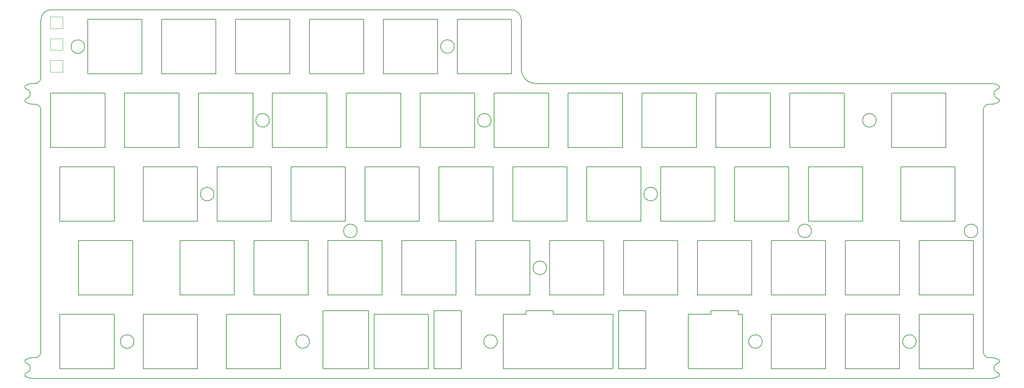
<source format=gbr>
G04 #@! TF.GenerationSoftware,KiCad,Pcbnew,8.0.8*
G04 #@! TF.CreationDate,2025-02-11T15:38:51+01:00*
G04 #@! TF.ProjectId,vootington V4N STM32G0B1CBT6 plate,766f6f74-696e-4677-946f-6e2056344e20,rev?*
G04 #@! TF.SameCoordinates,Original*
G04 #@! TF.FileFunction,Profile,NP*
%FSLAX46Y46*%
G04 Gerber Fmt 4.6, Leading zero omitted, Abs format (unit mm)*
G04 Created by KiCad (PCBNEW 8.0.8) date 2025-02-11 15:38:51*
%MOMM*%
%LPD*%
G01*
G04 APERTURE LIST*
G04 #@! TA.AperFunction,Profile*
%ADD10C,0.200000*%
G04 #@! TD*
G04 #@! TA.AperFunction,Profile*
%ADD11C,0.100000*%
G04 #@! TD*
G04 APERTURE END LIST*
D10*
X225587500Y-69850000D02*
G75*
G02*
X222087500Y-69850000I-1750000J0D01*
G01*
X222087500Y-69850000D02*
G75*
G02*
X225587500Y-69850000I1750000J0D01*
G01*
X157325000Y-79375000D02*
G75*
G02*
X153825000Y-79375000I-1750000J0D01*
G01*
X153825000Y-79375000D02*
G75*
G02*
X157325000Y-79375000I1750000J0D01*
G01*
X100950000Y-72375000D02*
X114950000Y-72375000D01*
X108494954Y-69850000D02*
G75*
G02*
X104994954Y-69850000I-1750000J0D01*
G01*
X104994954Y-69850000D02*
G75*
G02*
X108494954Y-69850000I1750000J0D01*
G01*
X38262500Y-22225000D02*
G75*
G02*
X34762500Y-22225000I-1750000J0D01*
G01*
X34762500Y-22225000D02*
G75*
G02*
X38262500Y-22225000I1750000J0D01*
G01*
X267350000Y-105425000D02*
X253350000Y-105425000D01*
X248300000Y-105425000D02*
X234300000Y-105425000D01*
X229250000Y-105425000D02*
X215250000Y-105425000D01*
X207818750Y-105425000D02*
X193818750Y-105425000D01*
X135294250Y-105425000D02*
X128294250Y-105425000D01*
X182919250Y-105425000D02*
X175919250Y-105425000D01*
X174481250Y-105425000D02*
X146193750Y-105425000D01*
X126856250Y-105425000D02*
X112856250Y-105425000D01*
X111418250Y-105425000D02*
X99693750Y-105425000D01*
X88756250Y-105425000D02*
X74756250Y-105425000D01*
X67325000Y-105425000D02*
X53325000Y-105425000D01*
X45893750Y-105425000D02*
X31893750Y-105425000D01*
X91137500Y-29225000D02*
X91137500Y-15225000D01*
X96187500Y-29225000D02*
X96187500Y-15225000D01*
X29512500Y-48275000D02*
X29512500Y-34275000D01*
X242256250Y-41275000D02*
G75*
G02*
X238756250Y-41275000I-1750000J0D01*
G01*
X238756250Y-41275000D02*
G75*
G02*
X242256250Y-41275000I1750000J0D01*
G01*
X143037500Y-41275000D02*
G75*
G02*
X139537500Y-41275000I-1750000J0D01*
G01*
X139537500Y-41275000D02*
G75*
G02*
X143037500Y-41275000I1750000J0D01*
G01*
X85887500Y-41275000D02*
G75*
G02*
X82387500Y-41275000I-1750000J0D01*
G01*
X82387500Y-41275000D02*
G75*
G02*
X85887500Y-41275000I1750000J0D01*
G01*
X71600000Y-60325000D02*
G75*
G02*
X68100000Y-60325000I-1750000J0D01*
G01*
X68100000Y-60325000D02*
G75*
G02*
X71600000Y-60325000I1750000J0D01*
G01*
X185900000Y-60325000D02*
G75*
G02*
X182400000Y-60325000I-1750000J0D01*
G01*
X182400000Y-60325000D02*
G75*
G02*
X185900000Y-60325000I1750000J0D01*
G01*
X144625000Y-98425000D02*
G75*
G02*
X141125000Y-98425000I-1750000J0D01*
G01*
X141125000Y-98425000D02*
G75*
G02*
X144625000Y-98425000I1750000J0D01*
G01*
X53325000Y-91425000D02*
X53325000Y-105425000D01*
X67325000Y-91425000D02*
X53325000Y-91425000D01*
X67325000Y-105425000D02*
X67325000Y-91425000D01*
X214962500Y-48275000D02*
X214962500Y-34275000D01*
X200962500Y-48275000D02*
X214962500Y-48275000D01*
X200962500Y-34275000D02*
X200962500Y-48275000D01*
X214962500Y-34275000D02*
X200962500Y-34275000D01*
X248300000Y-91425000D02*
X234300000Y-91425000D01*
X248300000Y-105425000D02*
X248300000Y-91425000D01*
X234300000Y-91425000D02*
X234300000Y-105425000D01*
X186675000Y-67325000D02*
X200675000Y-67325000D01*
X186675000Y-53325000D02*
X186675000Y-67325000D01*
X200675000Y-53325000D02*
X186675000Y-53325000D01*
X200675000Y-67325000D02*
X200675000Y-53325000D01*
X100662500Y-34275000D02*
X86662500Y-34275000D01*
X100662500Y-48275000D02*
X100662500Y-34275000D01*
X86662500Y-48275000D02*
X100662500Y-48275000D01*
X86662500Y-34275000D02*
X86662500Y-48275000D01*
X119712500Y-34275000D02*
X105712500Y-34275000D01*
X119712500Y-48275000D02*
X119712500Y-34275000D01*
X105712500Y-48275000D02*
X119712500Y-48275000D01*
X105712500Y-34275000D02*
X105712500Y-48275000D01*
X157812500Y-48275000D02*
X157812500Y-34275000D01*
X143812500Y-48275000D02*
X157812500Y-48275000D01*
X143812500Y-34275000D02*
X143812500Y-48275000D01*
X157812500Y-34275000D02*
X143812500Y-34275000D01*
X76850000Y-72375000D02*
X62850000Y-72375000D01*
X76850000Y-86375000D02*
X76850000Y-72375000D01*
X62850000Y-86375000D02*
X76850000Y-86375000D01*
X62850000Y-72375000D02*
X62850000Y-86375000D01*
X105425000Y-53325000D02*
X91425000Y-53325000D01*
X105425000Y-67325000D02*
X105425000Y-53325000D01*
X91425000Y-67325000D02*
X105425000Y-67325000D01*
X91425000Y-53325000D02*
X91425000Y-67325000D01*
X167625000Y-53325000D02*
X167625000Y-67325000D01*
X181625000Y-53325000D02*
X167625000Y-53325000D01*
X181625000Y-67325000D02*
X181625000Y-53325000D01*
X167625000Y-67325000D02*
X181625000Y-67325000D01*
X205725000Y-67325000D02*
X219725000Y-67325000D01*
X205725000Y-53325000D02*
X205725000Y-67325000D01*
X219725000Y-53325000D02*
X205725000Y-53325000D01*
X219725000Y-67325000D02*
X219725000Y-53325000D01*
X172100000Y-72375000D02*
X158100000Y-72375000D01*
X172100000Y-86375000D02*
X172100000Y-72375000D01*
X158100000Y-86375000D02*
X172100000Y-86375000D01*
X158100000Y-72375000D02*
X158100000Y-86375000D01*
X191150000Y-72375000D02*
X177150000Y-72375000D01*
X191150000Y-86375000D02*
X191150000Y-72375000D01*
X177150000Y-86375000D02*
X191150000Y-86375000D01*
X177150000Y-72375000D02*
X177150000Y-86375000D01*
X50656250Y-72375000D02*
X36656250Y-72375000D01*
X50656250Y-86375000D02*
X50656250Y-72375000D01*
X36656250Y-86375000D02*
X50656250Y-86375000D01*
X36656250Y-72375000D02*
X36656250Y-86375000D01*
X238775000Y-53325000D02*
X224775000Y-53325000D01*
X238775000Y-67325000D02*
X238775000Y-53325000D01*
X224775000Y-67325000D02*
X238775000Y-67325000D01*
X224775000Y-53325000D02*
X224775000Y-67325000D01*
X134000000Y-86375000D02*
X134000000Y-72375000D01*
X120000000Y-86375000D02*
X134000000Y-86375000D01*
X120000000Y-72375000D02*
X120000000Y-86375000D01*
X134000000Y-72375000D02*
X120000000Y-72375000D01*
X215250000Y-86375000D02*
X229250000Y-86375000D01*
X215250000Y-72375000D02*
X215250000Y-86375000D01*
X229250000Y-72375000D02*
X215250000Y-72375000D01*
X229250000Y-86375000D02*
X229250000Y-72375000D01*
X45893750Y-91425000D02*
X31893750Y-91425000D01*
X45893750Y-105425000D02*
X45893750Y-91425000D01*
X31893750Y-91425000D02*
X31893750Y-105425000D01*
X162862500Y-34275000D02*
X162862500Y-48275000D01*
X176862500Y-34275000D02*
X162862500Y-34275000D01*
X176862500Y-48275000D02*
X176862500Y-34275000D01*
X162862500Y-48275000D02*
X176862500Y-48275000D01*
X182919250Y-105425000D02*
X182919250Y-90425000D01*
X175919250Y-90425000D02*
X175919250Y-105425000D01*
X182919250Y-90425000D02*
X175919250Y-90425000D01*
X229250000Y-105425000D02*
X229250000Y-91425000D01*
X215250000Y-91425000D02*
X215250000Y-105425000D01*
X229250000Y-91425000D02*
X215250000Y-91425000D01*
X81612500Y-48275000D02*
X81612500Y-34275000D01*
X67612500Y-48275000D02*
X81612500Y-48275000D01*
X67612500Y-34275000D02*
X67612500Y-48275000D01*
X81612500Y-34275000D02*
X67612500Y-34275000D01*
X126856250Y-105425000D02*
X126856250Y-91425000D01*
X112856250Y-91425000D02*
X112856250Y-105425000D01*
X126856250Y-91425000D02*
X112856250Y-91425000D01*
X267350000Y-91425000D02*
X253350000Y-91425000D01*
X267350000Y-105425000D02*
X267350000Y-91425000D01*
X253350000Y-91425000D02*
X253350000Y-105425000D01*
X193818750Y-91425000D02*
X193818750Y-105425000D01*
X199693750Y-91425000D02*
X193818750Y-91425000D01*
X199693750Y-90425000D02*
X199693750Y-91425000D01*
X206693750Y-90425000D02*
X199693750Y-90425000D01*
X206693750Y-91425000D02*
X206693750Y-90425000D01*
X207818750Y-91425000D02*
X206693750Y-91425000D01*
X207818750Y-105425000D02*
X207818750Y-91425000D01*
X124762500Y-48275000D02*
X138762500Y-48275000D01*
X124762500Y-34275000D02*
X124762500Y-48275000D01*
X138762500Y-34275000D02*
X124762500Y-34275000D01*
X138762500Y-48275000D02*
X138762500Y-34275000D01*
X88756250Y-105425000D02*
X88756250Y-91425000D01*
X74756250Y-91425000D02*
X74756250Y-105425000D01*
X88756250Y-91425000D02*
X74756250Y-91425000D01*
X262587500Y-67325000D02*
X262587500Y-53325000D01*
X248587500Y-67325000D02*
X262587500Y-67325000D01*
X248587500Y-53325000D02*
X248587500Y-67325000D01*
X262587500Y-53325000D02*
X248587500Y-53325000D01*
X146193750Y-91425000D02*
X146193750Y-105425000D01*
X152043250Y-91425000D02*
X146193750Y-91425000D01*
X152043250Y-90425000D02*
X152043250Y-91425000D01*
X159043250Y-90425000D02*
X152043250Y-90425000D01*
X159043250Y-91425000D02*
X159043250Y-90425000D01*
X174481250Y-91425000D02*
X159043250Y-91425000D01*
X174481250Y-105425000D02*
X174481250Y-91425000D01*
X128294250Y-90425000D02*
X128294250Y-105425000D01*
X135294250Y-90425000D02*
X128294250Y-90425000D01*
X135294250Y-105425000D02*
X135294250Y-90425000D01*
X246206250Y-34275000D02*
X246206250Y-48275000D01*
X260206250Y-34275000D02*
X246206250Y-34275000D01*
X260206250Y-48275000D02*
X260206250Y-34275000D01*
X246206250Y-48275000D02*
X260206250Y-48275000D01*
X143525000Y-53325000D02*
X129525000Y-53325000D01*
X143525000Y-67325000D02*
X143525000Y-53325000D01*
X129525000Y-67325000D02*
X143525000Y-67325000D01*
X129525000Y-53325000D02*
X129525000Y-67325000D01*
X253350000Y-86375000D02*
X267350000Y-86375000D01*
X253350000Y-72375000D02*
X253350000Y-86375000D01*
X267350000Y-72375000D02*
X253350000Y-72375000D01*
X267350000Y-86375000D02*
X267350000Y-72375000D01*
X86375000Y-67325000D02*
X86375000Y-53325000D01*
X72375000Y-67325000D02*
X86375000Y-67325000D01*
X72375000Y-53325000D02*
X72375000Y-67325000D01*
X86375000Y-53325000D02*
X72375000Y-53325000D01*
X148575000Y-53325000D02*
X148575000Y-67325000D01*
X162575000Y-53325000D02*
X148575000Y-53325000D01*
X162575000Y-67325000D02*
X162575000Y-53325000D01*
X148575000Y-67325000D02*
X162575000Y-67325000D01*
X110475000Y-53325000D02*
X110475000Y-67325000D01*
X124475000Y-53325000D02*
X110475000Y-53325000D01*
X124475000Y-67325000D02*
X124475000Y-53325000D01*
X110475000Y-67325000D02*
X124475000Y-67325000D01*
X95900000Y-72375000D02*
X81900000Y-72375000D01*
X95900000Y-86375000D02*
X95900000Y-72375000D01*
X81900000Y-86375000D02*
X95900000Y-86375000D01*
X81900000Y-72375000D02*
X81900000Y-86375000D01*
X31893750Y-67325000D02*
X45893750Y-67325000D01*
X31893750Y-53325000D02*
X31893750Y-67325000D01*
X45893750Y-53325000D02*
X31893750Y-53325000D01*
X45893750Y-67325000D02*
X45893750Y-53325000D01*
X248300000Y-86375000D02*
X248300000Y-72375000D01*
X234300000Y-86375000D02*
X248300000Y-86375000D01*
X234300000Y-72375000D02*
X234300000Y-86375000D01*
X248300000Y-72375000D02*
X234300000Y-72375000D01*
X153050000Y-86375000D02*
X153050000Y-72375000D01*
X139050000Y-86375000D02*
X153050000Y-86375000D01*
X139050000Y-72375000D02*
X139050000Y-86375000D01*
X153050000Y-72375000D02*
X139050000Y-72375000D01*
X114950000Y-86375000D02*
X114950000Y-72375000D01*
X100950000Y-86375000D02*
X114950000Y-86375000D01*
X100950000Y-72375000D02*
X100950000Y-86375000D01*
X210200000Y-86375000D02*
X210200000Y-72375000D01*
X196200000Y-86375000D02*
X210200000Y-86375000D01*
X196200000Y-72375000D02*
X196200000Y-86375000D01*
X210200000Y-72375000D02*
X196200000Y-72375000D01*
X29512500Y-48275000D02*
X43512500Y-48275000D01*
X43512500Y-34275000D02*
X29512500Y-34275000D01*
X43512500Y-48275000D02*
X43512500Y-34275000D01*
X48562500Y-48275000D02*
X62562500Y-48275000D01*
X48562500Y-34275000D02*
X48562500Y-48275000D01*
X62562500Y-34275000D02*
X48562500Y-34275000D01*
X62562500Y-48275000D02*
X62562500Y-34275000D01*
X111418250Y-90425000D02*
X99693750Y-90425000D01*
X111418250Y-105425000D02*
X111418250Y-90425000D01*
X99693750Y-90425000D02*
X99693750Y-105425000D01*
X195912500Y-34275000D02*
X181912500Y-34275000D01*
X195912500Y-48275000D02*
X195912500Y-34275000D01*
X181912500Y-48275000D02*
X195912500Y-48275000D01*
X181912500Y-34275000D02*
X181912500Y-48275000D01*
X67325000Y-67325000D02*
X67325000Y-53325000D01*
X53325000Y-67325000D02*
X67325000Y-67325000D01*
X53325000Y-53325000D02*
X53325000Y-67325000D01*
X67325000Y-53325000D02*
X53325000Y-53325000D01*
X220012500Y-34275000D02*
X220012500Y-48275000D01*
X234012500Y-34275000D02*
X220012500Y-34275000D01*
X234012500Y-48275000D02*
X234012500Y-34275000D01*
X220012500Y-48275000D02*
X234012500Y-48275000D01*
X272200000Y-102600000D02*
X271375000Y-102600000D01*
X26987500Y-38600000D02*
X26987500Y-101100000D01*
X154487500Y-31750000D02*
G75*
G02*
X150812500Y-28075000I0J3675000D01*
G01*
D11*
X29374428Y-14529716D02*
X32650569Y-14529716D01*
X32650569Y-17537786D01*
X29374428Y-17537786D01*
X29374428Y-14529716D01*
D10*
X273842447Y-107386396D02*
G75*
G02*
X272200000Y-107950021I-1642447J2111296D01*
G01*
X129237500Y-29225000D02*
X115237500Y-29225000D01*
X53037500Y-29225000D02*
X39037500Y-29225000D01*
X115237500Y-15225000D02*
X129237500Y-15225000D01*
X26987500Y-15375000D02*
X26987500Y-30250000D01*
X271375000Y-102600000D02*
G75*
G02*
X269875000Y-101100000I0J1500000D01*
G01*
X252575000Y-98425000D02*
G75*
G02*
X249075000Y-98425000I-1750000J0D01*
G01*
X249075000Y-98425000D02*
G75*
G02*
X252575000Y-98425000I1750000J0D01*
G01*
X25487500Y-37100000D02*
G75*
G02*
X26987500Y-38600000I35J-1499965D01*
G01*
X134287500Y-15225000D02*
X148287500Y-15225000D01*
X26987500Y-101100000D02*
G75*
G02*
X25487500Y-102600000I-1500001J1D01*
G01*
X24662500Y-37100000D02*
G75*
G02*
X23020053Y-36536396I18J2675054D01*
G01*
X23230037Y-33198755D02*
G75*
G02*
X23230037Y-35651245I-242537J-1226245D01*
G01*
X23230037Y-104048755D02*
G75*
G02*
X23230037Y-106501245I-242537J-1226245D01*
G01*
X50962500Y-98425000D02*
G75*
G02*
X47462500Y-98425000I-1750000J0D01*
G01*
X47462500Y-98425000D02*
G75*
G02*
X50962500Y-98425000I1750000J0D01*
G01*
X273632463Y-106501245D02*
G75*
G02*
X273632463Y-104048755I242437J1226245D01*
G01*
D11*
X29374428Y-25794716D02*
X32650572Y-25794716D01*
X32650572Y-28802786D01*
X29374428Y-28802786D01*
X29374428Y-25794716D01*
D10*
X134287500Y-29225000D02*
X134287500Y-15225000D01*
X150812500Y-28075000D02*
X150812500Y-15375000D01*
X23020053Y-103163604D02*
G75*
G02*
X24662500Y-102600000I1642403J-2111267D01*
G01*
X96187500Y-15225000D02*
X110187500Y-15225000D01*
X77137500Y-15225000D02*
X91137500Y-15225000D01*
X39037500Y-29225000D02*
X39037500Y-15225000D01*
X148137500Y-12700000D02*
X29662500Y-12700000D01*
X91137500Y-29225000D02*
X77137500Y-29225000D01*
X148137500Y-12700000D02*
G75*
G02*
X150812500Y-15375000I0J-2675000D01*
G01*
X23020053Y-36536396D02*
G75*
G02*
X23230037Y-35651245I306980J394658D01*
G01*
X269875000Y-101100000D02*
X269875000Y-38600000D01*
X23020053Y-32313604D02*
G75*
G02*
X24662500Y-31750000I1642403J-2111267D01*
G01*
X148287500Y-29225000D02*
X134287500Y-29225000D01*
X23230037Y-104048755D02*
G75*
G02*
X23020053Y-103163604I97068J490510D01*
G01*
X53037500Y-15225000D02*
X53037500Y-29225000D01*
X273632463Y-35651245D02*
G75*
G02*
X273632463Y-33198755I242437J1226245D01*
G01*
X23230037Y-33198755D02*
G75*
G02*
X23020053Y-32313604I97068J490510D01*
G01*
X39037500Y-15225000D02*
X53037500Y-15225000D01*
X110187500Y-15225000D02*
X110187500Y-29225000D01*
X24662500Y-37100000D02*
X25487500Y-37100000D01*
X269875000Y-38600000D02*
G75*
G02*
X271375000Y-37100000I1500100J-100D01*
G01*
X25487500Y-31750000D02*
X24662500Y-31750000D01*
X273632463Y-35651245D02*
G75*
G02*
X273842497Y-36536460I-97063J-490555D01*
G01*
X23020053Y-107386396D02*
G75*
G02*
X23230037Y-106501245I306980J394658D01*
G01*
X24662500Y-107950000D02*
G75*
G02*
X23020053Y-107386396I18J2675054D01*
G01*
X212887500Y-98425000D02*
G75*
G02*
X209387500Y-98425000I-1750000J0D01*
G01*
X209387500Y-98425000D02*
G75*
G02*
X212887500Y-98425000I1750000J0D01*
G01*
X133512500Y-22218750D02*
G75*
G02*
X130012500Y-22218750I-1750000J0D01*
G01*
X130012500Y-22218750D02*
G75*
G02*
X133512500Y-22218750I1750000J0D01*
G01*
X273842447Y-36536396D02*
G75*
G02*
X272200000Y-37100021I-1642447J2111296D01*
G01*
D11*
X29368749Y-20162216D02*
X32650571Y-20162216D01*
X32650571Y-23170286D01*
X29368749Y-23170286D01*
X29368749Y-20162216D01*
D10*
X77137500Y-29225000D02*
X77137500Y-15225000D01*
X96206250Y-98425000D02*
G75*
G02*
X92706250Y-98425000I-1750000J0D01*
G01*
X92706250Y-98425000D02*
G75*
G02*
X96206250Y-98425000I1750000J0D01*
G01*
X272200000Y-102600000D02*
G75*
G02*
X273842460Y-103163587I0J-2675100D01*
G01*
X271375000Y-37100000D02*
X272200000Y-37100000D01*
X273842447Y-32313604D02*
G75*
G02*
X273632447Y-33198675I-307047J-394596D01*
G01*
X24662500Y-107950000D02*
X272200000Y-107950000D01*
X273632463Y-106501245D02*
G75*
G02*
X273842497Y-107386460I-97063J-490555D01*
G01*
X148287500Y-15225000D02*
X148287500Y-29225000D01*
X115237500Y-29225000D02*
X115237500Y-15225000D01*
X26987500Y-15375000D02*
G75*
G02*
X29662500Y-12700000I2674999J1D01*
G01*
X272200000Y-31750000D02*
G75*
G02*
X273842460Y-32313587I0J-2675100D01*
G01*
X268450000Y-69850000D02*
G75*
G02*
X264950000Y-69850000I-1750000J0D01*
G01*
X264950000Y-69850000D02*
G75*
G02*
X268450000Y-69850000I1750000J0D01*
G01*
X272200000Y-31750000D02*
X154487500Y-31750000D01*
X26987500Y-30250000D02*
G75*
G02*
X25487500Y-31750000I-1500001J1D01*
G01*
X25487500Y-102600000D02*
X24662500Y-102600000D01*
X129237500Y-15225000D02*
X129237500Y-29225000D01*
X110187500Y-29225000D02*
X96187500Y-29225000D01*
X273842447Y-103163604D02*
G75*
G02*
X273632447Y-104048675I-307047J-394596D01*
G01*
X72087500Y-29225000D02*
X58087500Y-29225000D01*
X72087500Y-15225000D02*
X72087500Y-29225000D01*
X58087500Y-29225000D02*
X58087500Y-15225000D01*
X58087500Y-15225000D02*
X72087500Y-15225000D01*
M02*

</source>
